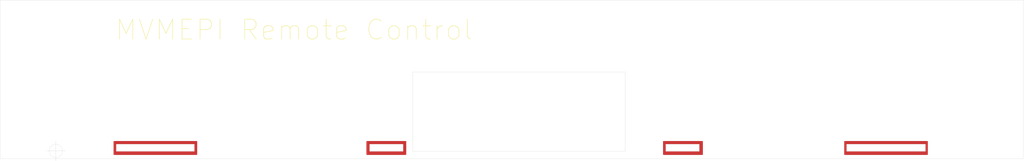
<source format=kicad_pcb>
(kicad_pcb (version 20171130) (host pcbnew "(5.1.4-0-10_14)")

  (general
    (thickness 1.6)
    (drawings 37)
    (tracks 0)
    (zones 0)
    (modules 8)
    (nets 1)
  )

  (page A4)
  (layers
    (0 F.Cu signal)
    (31 B.Cu signal)
    (32 B.Adhes user)
    (33 F.Adhes user)
    (34 B.Paste user)
    (35 F.Paste user)
    (36 B.SilkS user)
    (37 F.SilkS user)
    (38 B.Mask user)
    (39 F.Mask user)
    (40 Dwgs.User user hide)
    (41 Cmts.User user hide)
    (42 Eco1.User user hide)
    (43 Eco2.User user hide)
    (44 Edge.Cuts user)
    (45 Margin user)
    (46 B.CrtYd user)
    (47 F.CrtYd user)
    (48 B.Fab user)
    (49 F.Fab user)
  )

  (setup
    (last_trace_width 0.25)
    (trace_clearance 0.2)
    (zone_clearance 0)
    (zone_45_only no)
    (trace_min 0.2)
    (via_size 0.8)
    (via_drill 0.4)
    (via_min_size 0.4)
    (via_min_drill 0.3)
    (uvia_size 0.3)
    (uvia_drill 0.1)
    (uvias_allowed no)
    (uvia_min_size 0.2)
    (uvia_min_drill 0.1)
    (edge_width 0.05)
    (segment_width 0.2)
    (pcb_text_width 0.3)
    (pcb_text_size 1.5 1.5)
    (mod_edge_width 0.12)
    (mod_text_size 1 1)
    (mod_text_width 0.15)
    (pad_size 2.7 2.7)
    (pad_drill 2.7)
    (pad_to_mask_clearance 0.051)
    (solder_mask_min_width 0.25)
    (aux_axis_origin 0 0)
    (visible_elements FFFFFF7F)
    (pcbplotparams
      (layerselection 0x010fc_ffffffff)
      (usegerberextensions false)
      (usegerberattributes false)
      (usegerberadvancedattributes false)
      (creategerberjobfile false)
      (excludeedgelayer true)
      (linewidth 0.100000)
      (plotframeref false)
      (viasonmask false)
      (mode 1)
      (useauxorigin false)
      (hpglpennumber 1)
      (hpglpenspeed 20)
      (hpglpendiameter 15.000000)
      (psnegative false)
      (psa4output false)
      (plotreference true)
      (plotvalue true)
      (plotinvisibletext false)
      (padsonsilk false)
      (subtractmaskfromsilk false)
      (outputformat 1)
      (mirror false)
      (drillshape 0)
      (scaleselection 1)
      (outputdirectory "gerbers/front/"))
  )

  (net 0 "")

  (net_class Default "This is the default net class."
    (clearance 0.2)
    (trace_width 0.25)
    (via_dia 0.8)
    (via_drill 0.4)
    (uvia_dia 0.3)
    (uvia_drill 0.1)
  )

  (module MountingHole:MountingHole_2.7mm_M2.5 locked (layer F.Cu) (tedit 56D1B4CB) (tstamp 5DD9F044)
    (at 274.2 28)
    (descr "Mounting Hole 2.7mm, no annular, M2.5")
    (tags "mounting hole 2.7mm no annular m2.5")
    (attr virtual)
    (fp_text reference REF** (at 0 -3.7) (layer F.SilkS) hide
      (effects (font (size 1 1) (thickness 0.15)))
    )
    (fp_text value MountingHole_2.7mm_M2.5 (at 0 3.7) (layer F.Fab) hide
      (effects (font (size 1 1) (thickness 0.15)))
    )
    (fp_circle (center 0 0) (end 2.95 0) (layer F.CrtYd) (width 0.05))
    (fp_circle (center 0 0) (end 2.7 0) (layer Cmts.User) (width 0.15))
    (fp_text user %R (at 0.3 0) (layer F.Fab) hide
      (effects (font (size 1 1) (thickness 0.15)))
    )
    (pad 1 np_thru_hole circle (at 0 0) (size 2.7 2.7) (drill 2.7) (layers *.Cu *.Mask))
  )

  (module MountingHole:MountingHole_2.7mm_M2.5 locked (layer F.Cu) (tedit 56D1B4CB) (tstamp 5DD9F03D)
    (at 274.2 48)
    (descr "Mounting Hole 2.7mm, no annular, M2.5")
    (tags "mounting hole 2.7mm no annular m2.5")
    (attr virtual)
    (fp_text reference REF** (at 0 -3.7) (layer F.SilkS) hide
      (effects (font (size 1 1) (thickness 0.15)))
    )
    (fp_text value MountingHole_2.7mm_M2.5 (at 0 3.7) (layer F.Fab) hide
      (effects (font (size 1 1) (thickness 0.15)))
    )
    (fp_circle (center 0 0) (end 2.95 0) (layer F.CrtYd) (width 0.05))
    (fp_circle (center 0 0) (end 2.7 0) (layer Cmts.User) (width 0.15))
    (fp_text user %R (at 0.3 0) (layer F.Fab) hide
      (effects (font (size 1 1) (thickness 0.15)))
    )
    (pad 1 np_thru_hole circle (at 0 0) (size 2.7 2.7) (drill 2.7) (layers *.Cu *.Mask))
  )

  (module MountingHole:MountingHole_2.7mm_M2.5 locked (layer F.Cu) (tedit 56D1B4CB) (tstamp 5DD9EC46)
    (at 23.3 28)
    (descr "Mounting Hole 2.7mm, no annular, M2.5")
    (tags "mounting hole 2.7mm no annular m2.5")
    (attr virtual)
    (fp_text reference REF** (at 0 -3.7) (layer F.SilkS) hide
      (effects (font (size 1 1) (thickness 0.15)))
    )
    (fp_text value MountingHole_2.7mm_M2.5 (at 0 3.7) (layer F.Fab) hide
      (effects (font (size 1 1) (thickness 0.15)))
    )
    (fp_text user %R (at 0.3 0) (layer F.Fab) hide
      (effects (font (size 1 1) (thickness 0.15)))
    )
    (fp_circle (center 0 0) (end 2.7 0) (layer Cmts.User) (width 0.15))
    (fp_circle (center 0 0) (end 2.95 0) (layer F.CrtYd) (width 0.05))
    (pad 1 np_thru_hole circle (at 0 0) (size 2.7 2.7) (drill 2.7) (layers *.Cu *.Mask))
  )

  (module MountingHole:MountingHole_2.7mm_M2.5 locked (layer F.Cu) (tedit 56D1B4CB) (tstamp 5DD9EC46)
    (at 23.3 48)
    (descr "Mounting Hole 2.7mm, no annular, M2.5")
    (tags "mounting hole 2.7mm no annular m2.5")
    (attr virtual)
    (fp_text reference REF** (at 0 -3.7) (layer F.SilkS) hide
      (effects (font (size 1 1) (thickness 0.15)))
    )
    (fp_text value MountingHole_2.7mm_M2.5 (at 0 3.7) (layer F.Fab) hide
      (effects (font (size 1 1) (thickness 0.15)))
    )
    (fp_text user %R (at 0.3 0) (layer F.Fab) hide
      (effects (font (size 1 1) (thickness 0.15)))
    )
    (fp_circle (center 0 0) (end 2.7 0) (layer Cmts.User) (width 0.15))
    (fp_circle (center 0 0) (end 2.95 0) (layer F.CrtYd) (width 0.05))
    (pad 1 np_thru_hole circle (at 0 0) (size 2.7 2.7) (drill 2.7) (layers *.Cu *.Mask))
  )

  (module MountingHole:MountingHole_2.7mm_M2.5 locked (layer F.Cu) (tedit 56D1B4CB) (tstamp 5DD9EC46)
    (at 261.4 48)
    (descr "Mounting Hole 2.7mm, no annular, M2.5")
    (tags "mounting hole 2.7mm no annular m2.5")
    (attr virtual)
    (fp_text reference REF** (at 0 -3.7) (layer F.SilkS) hide
      (effects (font (size 1 1) (thickness 0.15)))
    )
    (fp_text value MountingHole_2.7mm_M2.5 (at 0 3.7) (layer F.Fab) hide
      (effects (font (size 1 1) (thickness 0.15)))
    )
    (fp_text user %R (at 0.3 0) (layer F.Fab) hide
      (effects (font (size 1 1) (thickness 0.15)))
    )
    (fp_circle (center 0 0) (end 2.7 0) (layer Cmts.User) (width 0.15))
    (fp_circle (center 0 0) (end 2.95 0) (layer F.CrtYd) (width 0.05))
    (pad 1 np_thru_hole circle (at 0 0) (size 2.7 2.7) (drill 2.7) (layers *.Cu *.Mask))
  )

  (module MountingHole:MountingHole_2.7mm_M2.5 locked (layer F.Cu) (tedit 56D1B4CB) (tstamp 5DD9EC46)
    (at 192 48)
    (descr "Mounting Hole 2.7mm, no annular, M2.5")
    (tags "mounting hole 2.7mm no annular m2.5")
    (attr virtual)
    (fp_text reference REF** (at 0 -3.7) (layer F.SilkS) hide
      (effects (font (size 1 1) (thickness 0.15)))
    )
    (fp_text value MountingHole_2.7mm_M2.5 (at 0 3.7) (layer F.Fab) hide
      (effects (font (size 1 1) (thickness 0.15)))
    )
    (fp_text user %R (at 0.3 0) (layer F.Fab) hide
      (effects (font (size 1 1) (thickness 0.15)))
    )
    (fp_circle (center 0 0) (end 2.7 0) (layer Cmts.User) (width 0.15))
    (fp_circle (center 0 0) (end 2.95 0) (layer F.CrtYd) (width 0.05))
    (pad 1 np_thru_hole circle (at 0 0) (size 2.7 2.7) (drill 2.7) (layers *.Cu *.Mask))
  )

  (module MountingHole:MountingHole_2.7mm_M2.5 locked (layer F.Cu) (tedit 56D1B4CB) (tstamp 5DD9EC46)
    (at 117 48)
    (descr "Mounting Hole 2.7mm, no annular, M2.5")
    (tags "mounting hole 2.7mm no annular m2.5")
    (attr virtual)
    (fp_text reference REF** (at 0 -3.7) (layer F.SilkS) hide
      (effects (font (size 1 1) (thickness 0.15)))
    )
    (fp_text value MountingHole_2.7mm_M2.5 (at 0 3.7) (layer F.Fab) hide
      (effects (font (size 1 1) (thickness 0.15)))
    )
    (fp_text user %R (at 0.3 0) (layer F.Fab) hide
      (effects (font (size 1 1) (thickness 0.15)))
    )
    (fp_circle (center 0 0) (end 2.7 0) (layer Cmts.User) (width 0.15))
    (fp_circle (center 0 0) (end 2.95 0) (layer F.CrtYd) (width 0.05))
    (pad 1 np_thru_hole circle (at 0 0) (size 2.7 2.7) (drill 2.7) (layers *.Cu *.Mask))
  )

  (module MountingHole:MountingHole_2.7mm_M2.5 locked (layer F.Cu) (tedit 56D1B4CB) (tstamp 5DD9EC86)
    (at 40 48)
    (descr "Mounting Hole 2.7mm, no annular, M2.5")
    (tags "mounting hole 2.7mm no annular m2.5")
    (attr virtual)
    (fp_text reference REF** (at 0 -3.7) (layer F.SilkS) hide
      (effects (font (size 1 1) (thickness 0.15)))
    )
    (fp_text value MountingHole_2.7mm_M2.5 (at 0 3.7) (layer F.Fab) hide
      (effects (font (size 1 1) (thickness 0.15)))
    )
    (fp_circle (center 0 0) (end 2.95 0) (layer F.CrtYd) (width 0.05))
    (fp_circle (center 0 0) (end 2.7 0) (layer Cmts.User) (width 0.15))
    (fp_text user %R (at 0.3 0) (layer F.Fab) hide
      (effects (font (size 1 1) (thickness 0.15)))
    )
    (pad 1 np_thru_hole circle (at 0 0) (size 2.7 2.7) (drill 2.7) (layers *.Cu *.Mask))
  )

  (target plus (at 34 58) (size 5) (width 0.05) (layer Edge.Cuts))
  (gr_text "MVMEPI Remote Control" (at 93.8 27.5) (layer F.SilkS)
    (effects (font (size 5 5) (thickness 0.15)))
  )
  (gr_line (start 123.6 38.1) (end 177 38.1) (layer Edge.Cuts) (width 0.05) (tstamp 5DD99263))
  (gr_line (start 123.6 58.1) (end 123.6 38.1) (layer Edge.Cuts) (width 0.05))
  (gr_line (start 177 58.1) (end 177 38.1) (layer Edge.Cuts) (width 0.05))
  (gr_line (start 123.6 58.1) (end 177 58.1) (layer Edge.Cuts) (width 0.05))
  (gr_line (start 232.6 56.3) (end 232.6 58.1) (layer Edge.Cuts) (width 0.05) (tstamp 5DD9921C))
  (gr_line (start 252.4 56.3) (end 232.6 56.3) (layer Edge.Cuts) (width 0.05))
  (gr_line (start 252.4 58.1) (end 252.4 56.3) (layer Edge.Cuts) (width 0.05))
  (gr_line (start 232.6 58.1) (end 252.4 58.1) (layer Edge.Cuts) (width 0.05))
  (gr_line (start 187.2 58.1) (end 187.2 56.3) (layer Edge.Cuts) (width 0.05) (tstamp 5DD99217))
  (gr_line (start 195.6 58.1) (end 187.2 58.1) (layer Edge.Cuts) (width 0.05))
  (gr_line (start 195.6 56.3) (end 195.6 58.1) (layer Edge.Cuts) (width 0.05))
  (gr_line (start 187.2 56.3) (end 195.6 56.3) (layer Edge.Cuts) (width 0.05))
  (gr_line (start 112.8 58.1) (end 112.8 56.3) (layer Edge.Cuts) (width 0.05) (tstamp 5DD99212))
  (gr_line (start 121.2 58.1) (end 112.8 58.1) (layer Edge.Cuts) (width 0.05))
  (gr_line (start 121.2 56.3) (end 121.2 58.1) (layer Edge.Cuts) (width 0.05))
  (gr_line (start 112.8 56.3) (end 121.2 56.3) (layer Edge.Cuts) (width 0.05))
  (gr_line (start 68.8 56.3) (end 68.8 58.1) (layer Edge.Cuts) (width 0.05) (tstamp 5DD9920D))
  (gr_line (start 49.2 56.3) (end 68.8 56.3) (layer Edge.Cuts) (width 0.05))
  (gr_line (start 49.2 58.1) (end 49.2 56.3) (layer Edge.Cuts) (width 0.05))
  (gr_line (start 49.2 58.1) (end 68.8 58.1) (layer Edge.Cuts) (width 0.05))
  (dimension 36.8 (width 0.12) (layer Dwgs.User) (tstamp 5DDBE84D)
    (gr_text "36.800 mm" (at 214.1 51.330001) (layer Dwgs.User) (tstamp 5DDBE84D)
      (effects (font (size 1 1) (thickness 0.15)))
    )
    (feature1 (pts (xy 195.7 58) (xy 195.7 52.01358)))
    (feature2 (pts (xy 232.5 58) (xy 232.5 52.01358)))
    (crossbar (pts (xy 232.5 52.600001) (xy 195.7 52.600001)))
    (arrow1a (pts (xy 195.7 52.600001) (xy 196.826504 52.01358)))
    (arrow1b (pts (xy 195.7 52.600001) (xy 196.826504 53.186422)))
    (arrow2a (pts (xy 232.5 52.600001) (xy 231.373496 52.01358)))
    (arrow2b (pts (xy 232.5 52.600001) (xy 231.373496 53.186422)))
  )
  (dimension 8.6 (width 0.12) (layer Dwgs.User) (tstamp 5DDBE84B)
    (gr_text "8.600 mm" (at 191.4 51.33) (layer Dwgs.User) (tstamp 5DDBE84B)
      (effects (font (size 1 1) (thickness 0.15)))
    )
    (feature1 (pts (xy 187.1 58) (xy 187.1 52.013579)))
    (feature2 (pts (xy 195.7 58) (xy 195.7 52.013579)))
    (crossbar (pts (xy 195.7 52.6) (xy 187.1 52.6)))
    (arrow1a (pts (xy 187.1 52.6) (xy 188.226504 52.013579)))
    (arrow1b (pts (xy 187.1 52.6) (xy 188.226504 53.186421)))
    (arrow2a (pts (xy 195.7 52.6) (xy 194.573496 52.013579)))
    (arrow2b (pts (xy 195.7 52.6) (xy 194.573496 53.186421)))
  )
  (dimension 65.8 (width 0.12) (layer Dwgs.User) (tstamp 5DDBE849)
    (gr_text "65.800 mm" (at 154.2 51.13) (layer Dwgs.User) (tstamp 5DDBE849)
      (effects (font (size 1 1) (thickness 0.15)))
    )
    (feature1 (pts (xy 121.3 58) (xy 121.3 51.813579)))
    (feature2 (pts (xy 187.1 58) (xy 187.1 51.813579)))
    (crossbar (pts (xy 187.1 52.4) (xy 121.3 52.4)))
    (arrow1a (pts (xy 121.3 52.4) (xy 122.426504 51.813579)))
    (arrow1b (pts (xy 121.3 52.4) (xy 122.426504 52.986421)))
    (arrow2a (pts (xy 187.1 52.4) (xy 185.973496 51.813579)))
    (arrow2b (pts (xy 187.1 52.4) (xy 185.973496 52.986421)))
  )
  (dimension 8.6 (width 0.12) (layer Dwgs.User) (tstamp 5DDBE847)
    (gr_text "8.600 mm" (at 117 51.13) (layer Dwgs.User) (tstamp 5DDBE847)
      (effects (font (size 1 1) (thickness 0.15)))
    )
    (feature1 (pts (xy 112.7 58) (xy 112.7 51.813579)))
    (feature2 (pts (xy 121.3 58) (xy 121.3 51.813579)))
    (crossbar (pts (xy 121.3 52.4) (xy 112.7 52.4)))
    (arrow1a (pts (xy 112.7 52.4) (xy 113.826504 51.813579)))
    (arrow1b (pts (xy 112.7 52.4) (xy 113.826504 52.986421)))
    (arrow2a (pts (xy 121.3 52.4) (xy 120.173496 51.813579)))
    (arrow2b (pts (xy 121.3 52.4) (xy 120.173496 52.986421)))
  )
  (dimension 43.8 (width 0.12) (layer Dwgs.User) (tstamp 5DDBE845)
    (gr_text "43.800 mm" (at 90.8 51.23) (layer Dwgs.User) (tstamp 5DDBE845)
      (effects (font (size 1 1) (thickness 0.15)))
    )
    (feature1 (pts (xy 68.9 58) (xy 68.9 51.913579)))
    (feature2 (pts (xy 112.7 58) (xy 112.7 51.913579)))
    (crossbar (pts (xy 112.7 52.5) (xy 68.9 52.5)))
    (arrow1a (pts (xy 68.9 52.5) (xy 70.026504 51.913579)))
    (arrow1b (pts (xy 68.9 52.5) (xy 70.026504 53.086421)))
    (arrow2a (pts (xy 112.7 52.5) (xy 111.573496 51.913579)))
    (arrow2b (pts (xy 112.7 52.5) (xy 111.573496 53.086421)))
  )
  (dimension 10 (width 0.12) (layer Dwgs.User) (tstamp 5DDBE843)
    (gr_text "10.000 mm" (at 182.1 54.13) (layer Dwgs.User) (tstamp 5DDBE843)
      (effects (font (size 1 1) (thickness 0.15)))
    )
    (feature1 (pts (xy 177.1 58) (xy 177.1 54.813579)))
    (feature2 (pts (xy 187.1 58) (xy 187.1 54.813579)))
    (crossbar (pts (xy 187.1 55.4) (xy 177.1 55.4)))
    (arrow1a (pts (xy 177.1 55.4) (xy 178.226504 54.813579)))
    (arrow1b (pts (xy 177.1 55.4) (xy 178.226504 55.986421)))
    (arrow2a (pts (xy 187.1 55.4) (xy 185.973496 54.813579)))
    (arrow2b (pts (xy 187.1 55.4) (xy 185.973496 55.986421)))
  )
  (dimension 2.2 (width 0.12) (layer Dwgs.User) (tstamp 5DDBE841)
    (gr_text "2.200 mm" (at 122.4 53.93) (layer Dwgs.User) (tstamp 5DDBE841)
      (effects (font (size 1 1) (thickness 0.15)))
    )
    (feature1 (pts (xy 123.5 58) (xy 123.5 54.613579)))
    (feature2 (pts (xy 121.3 58) (xy 121.3 54.613579)))
    (crossbar (pts (xy 121.3 55.2) (xy 123.5 55.2)))
    (arrow1a (pts (xy 123.5 55.2) (xy 122.373496 55.786421)))
    (arrow1b (pts (xy 123.5 55.2) (xy 122.373496 54.613579)))
    (arrow2a (pts (xy 121.3 55.2) (xy 122.426504 55.786421)))
    (arrow2b (pts (xy 121.3 55.2) (xy 122.426504 54.613579)))
  )
  (dimension 19.8 (width 0.12) (layer Dwgs.User) (tstamp 5DDBE83F)
    (gr_text "19.800 mm" (at 59 51.23) (layer Dwgs.User) (tstamp 5DDBE83F)
      (effects (font (size 1 1) (thickness 0.15)))
    )
    (feature1 (pts (xy 49.1 58) (xy 49.1 51.913579)))
    (feature2 (pts (xy 68.9 58) (xy 68.9 51.913579)))
    (crossbar (pts (xy 68.9 52.5) (xy 49.1 52.5)))
    (arrow1a (pts (xy 49.1 52.5) (xy 50.226504 51.913579)))
    (arrow1b (pts (xy 49.1 52.5) (xy 50.226504 53.086421)))
    (arrow2a (pts (xy 68.9 52.5) (xy 67.773496 51.913579)))
    (arrow2b (pts (xy 68.9 52.5) (xy 67.773496 53.086421)))
  )
  (dimension 15.1 (width 0.12) (layer Dwgs.User) (tstamp 5DDBE83D)
    (gr_text "15.100 mm" (at 41.55 51.130001) (layer Dwgs.User) (tstamp 5DDBE83D)
      (effects (font (size 1 1) (thickness 0.15)))
    )
    (feature1 (pts (xy 34 58) (xy 34 51.81358)))
    (feature2 (pts (xy 49.1 58) (xy 49.1 51.81358)))
    (crossbar (pts (xy 49.1 52.400001) (xy 34 52.400001)))
    (arrow1a (pts (xy 34 52.400001) (xy 35.126504 51.81358)))
    (arrow1b (pts (xy 34 52.400001) (xy 35.126504 52.986422)))
    (arrow2a (pts (xy 49.1 52.400001) (xy 47.973496 51.81358)))
    (arrow2b (pts (xy 49.1 52.400001) (xy 47.973496 52.986422)))
  )
  (dimension 14.9 (width 0.12) (layer Dwgs.User) (tstamp 5DDBE7B5)
    (gr_text "14.900 mm" (at 259.95 51.23) (layer Dwgs.User) (tstamp 5DDBE7B5)
      (effects (font (size 1 1) (thickness 0.15)))
    )
    (feature1 (pts (xy 252.5 58) (xy 252.5 51.913579)))
    (feature2 (pts (xy 267.4 58) (xy 267.4 51.913579)))
    (crossbar (pts (xy 267.4 52.5) (xy 252.5 52.5)))
    (arrow1a (pts (xy 252.5 52.5) (xy 253.626504 51.913579)))
    (arrow1b (pts (xy 252.5 52.5) (xy 253.626504 53.086421)))
    (arrow2a (pts (xy 267.4 52.5) (xy 266.273496 51.913579)))
    (arrow2b (pts (xy 267.4 52.5) (xy 266.273496 53.086421)))
  )
  (dimension 20 (width 0.12) (layer Dwgs.User) (tstamp 5DDBE7B3)
    (gr_text "20.000 mm" (at 242.5 51.23) (layer Dwgs.User) (tstamp 5DDBE7B3)
      (effects (font (size 1 1) (thickness 0.15)))
    )
    (feature1 (pts (xy 232.5 58) (xy 232.5 51.913579)))
    (feature2 (pts (xy 252.5 58) (xy 252.5 51.913579)))
    (crossbar (pts (xy 252.5 52.5) (xy 232.5 52.5)))
    (arrow1a (pts (xy 232.5 52.5) (xy 233.626504 51.913579)))
    (arrow1b (pts (xy 232.5 52.5) (xy 233.626504 53.086421)))
    (arrow2a (pts (xy 252.5 52.5) (xy 251.373496 51.913579)))
    (arrow2b (pts (xy 252.5 52.5) (xy 251.373496 53.086421)))
  )
  (gr_line (start 277 60) (end 20 60) (layer Edge.Cuts) (width 0.05) (tstamp 5DD98C82))
  (gr_line (start 277 20) (end 277 60) (layer Edge.Cuts) (width 0.05))
  (gr_line (start 20 20) (end 20 60) (layer Edge.Cuts) (width 0.05))
  (gr_line (start 20 20) (end 277 20) (layer Edge.Cuts) (width 0.05))

  (zone (net 0) (net_name "") (layer F.Cu) (tstamp 5DD9F1CD) (hatch edge 0.508)
    (connect_pads no (clearance 0))
    (min_thickness 0.254)
    (fill yes (arc_segments 32) (thermal_gap 0.508) (thermal_bridge_width 0.508))
    (polygon
      (pts
        (xy 48.5 55.5) (xy 69.5 55.5) (xy 69.5 59) (xy 48.5 59)
      )
    )
    (filled_polygon
      (pts
        (xy 69.373 58.873) (xy 48.627 58.873) (xy 48.627 56.3) (xy 49.047265 56.3) (xy 49.048001 56.307472)
        (xy 49.048 58.092538) (xy 49.047265 58.1) (xy 49.0502 58.129797) (xy 49.058891 58.158449) (xy 49.073005 58.184855)
        (xy 49.092 58.208) (xy 49.115145 58.226995) (xy 49.141551 58.241109) (xy 49.170203 58.2498) (xy 49.2 58.252735)
        (xy 49.207462 58.252) (xy 68.792538 58.252) (xy 68.8 58.252735) (xy 68.829797 58.2498) (xy 68.858449 58.241109)
        (xy 68.884855 58.226995) (xy 68.908 58.208) (xy 68.926995 58.184855) (xy 68.941109 58.158449) (xy 68.9498 58.129797)
        (xy 68.952 58.107462) (xy 68.952 58.107461) (xy 68.952735 58.1) (xy 68.952 58.092538) (xy 68.952 56.307462)
        (xy 68.952735 56.3) (xy 68.9498 56.270203) (xy 68.941109 56.241551) (xy 68.926995 56.215145) (xy 68.908 56.192)
        (xy 68.884855 56.173005) (xy 68.858449 56.158891) (xy 68.829797 56.1502) (xy 68.807462 56.148) (xy 68.8 56.147265)
        (xy 68.792538 56.148) (xy 49.207462 56.148) (xy 49.2 56.147265) (xy 49.192538 56.148) (xy 49.170203 56.1502)
        (xy 49.141551 56.158891) (xy 49.115145 56.173005) (xy 49.092 56.192) (xy 49.073005 56.215145) (xy 49.058891 56.241551)
        (xy 49.0502 56.270203) (xy 49.047265 56.3) (xy 48.627 56.3) (xy 48.627 55.627) (xy 69.373 55.627)
      )
    )
  )
  (zone (net 0) (net_name "") (layer F.Mask) (tstamp 5DD9F1CA) (hatch edge 0.508)
    (connect_pads no (clearance 0))
    (min_thickness 0.254)
    (fill yes (arc_segments 32) (thermal_gap 0.508) (thermal_bridge_width 0.508))
    (polygon
      (pts
        (xy 48.5 55.5) (xy 69.5 55.5) (xy 69.5 59) (xy 48.5 59)
      )
    )
    (filled_polygon
      (pts
        (xy 69.373 58.873) (xy 48.627 58.873) (xy 48.627 56.3) (xy 49.2 56.3) (xy 49.2 58.1)
        (xy 68.8 58.1) (xy 68.8 56.3) (xy 49.2 56.3) (xy 48.627 56.3) (xy 48.627 55.627)
        (xy 69.373 55.627)
      )
    )
  )
  (zone (net 0) (net_name "") (layer F.Cu) (tstamp 5DD9F1C7) (hatch edge 0.508)
    (connect_pads no (clearance 0))
    (min_thickness 0.254)
    (fill yes (arc_segments 32) (thermal_gap 0.508) (thermal_bridge_width 0.508))
    (polygon
      (pts
        (xy 112 55.5) (xy 122 55.5) (xy 122 59) (xy 112 59)
      )
    )
    (filled_polygon
      (pts
        (xy 121.873 58.873) (xy 112.127 58.873) (xy 112.127 56.3) (xy 112.647265 56.3) (xy 112.648001 56.307472)
        (xy 112.648 58.092538) (xy 112.647265 58.1) (xy 112.6502 58.129797) (xy 112.658891 58.158449) (xy 112.673005 58.184855)
        (xy 112.692 58.208) (xy 112.715145 58.226995) (xy 112.741551 58.241109) (xy 112.770203 58.2498) (xy 112.8 58.252735)
        (xy 112.807462 58.252) (xy 121.192538 58.252) (xy 121.2 58.252735) (xy 121.229797 58.2498) (xy 121.258449 58.241109)
        (xy 121.284855 58.226995) (xy 121.308 58.208) (xy 121.326995 58.184855) (xy 121.341109 58.158449) (xy 121.3498 58.129797)
        (xy 121.352 58.107462) (xy 121.352 58.107461) (xy 121.352735 58.1) (xy 121.352 58.092538) (xy 121.352 56.307462)
        (xy 121.352735 56.3) (xy 121.3498 56.270203) (xy 121.341109 56.241551) (xy 121.326995 56.215145) (xy 121.308 56.192)
        (xy 121.284855 56.173005) (xy 121.258449 56.158891) (xy 121.229797 56.1502) (xy 121.207462 56.148) (xy 121.2 56.147265)
        (xy 121.192538 56.148) (xy 112.807462 56.148) (xy 112.8 56.147265) (xy 112.792538 56.148) (xy 112.770203 56.1502)
        (xy 112.741551 56.158891) (xy 112.715145 56.173005) (xy 112.692 56.192) (xy 112.673005 56.215145) (xy 112.658891 56.241551)
        (xy 112.6502 56.270203) (xy 112.647265 56.3) (xy 112.127 56.3) (xy 112.127 55.627) (xy 121.873 55.627)
      )
    )
  )
  (zone (net 0) (net_name "") (layer F.Cu) (tstamp 5DD9F1C4) (hatch edge 0.508)
    (connect_pads no (clearance 0))
    (min_thickness 0.254)
    (fill yes (arc_segments 32) (thermal_gap 0.508) (thermal_bridge_width 0.508))
    (polygon
      (pts
        (xy 186.5 55.5) (xy 196.5 55.5) (xy 196.5 59) (xy 186.5 59)
      )
    )
    (filled_polygon
      (pts
        (xy 196.373 58.873) (xy 186.627 58.873) (xy 186.627 56.3) (xy 187.047265 56.3) (xy 187.048001 56.307472)
        (xy 187.048 58.092538) (xy 187.047265 58.1) (xy 187.0502 58.129797) (xy 187.058891 58.158449) (xy 187.073005 58.184855)
        (xy 187.092 58.208) (xy 187.115145 58.226995) (xy 187.141551 58.241109) (xy 187.170203 58.2498) (xy 187.2 58.252735)
        (xy 187.207462 58.252) (xy 195.592538 58.252) (xy 195.6 58.252735) (xy 195.629797 58.2498) (xy 195.658449 58.241109)
        (xy 195.684855 58.226995) (xy 195.708 58.208) (xy 195.726995 58.184855) (xy 195.741109 58.158449) (xy 195.7498 58.129797)
        (xy 195.752 58.107462) (xy 195.752 58.107461) (xy 195.752735 58.1) (xy 195.752 58.092538) (xy 195.752 56.307462)
        (xy 195.752735 56.3) (xy 195.7498 56.270203) (xy 195.741109 56.241551) (xy 195.726995 56.215145) (xy 195.708 56.192)
        (xy 195.684855 56.173005) (xy 195.658449 56.158891) (xy 195.629797 56.1502) (xy 195.607462 56.148) (xy 195.6 56.147265)
        (xy 195.592538 56.148) (xy 187.207462 56.148) (xy 187.2 56.147265) (xy 187.192538 56.148) (xy 187.170203 56.1502)
        (xy 187.141551 56.158891) (xy 187.115145 56.173005) (xy 187.092 56.192) (xy 187.073005 56.215145) (xy 187.058891 56.241551)
        (xy 187.0502 56.270203) (xy 187.047265 56.3) (xy 186.627 56.3) (xy 186.627 55.627) (xy 196.373 55.627)
      )
    )
  )
  (zone (net 0) (net_name "") (layer F.Cu) (tstamp 5DD9F1C1) (hatch edge 0.508)
    (connect_pads no (clearance 0))
    (min_thickness 0.254)
    (fill yes (arc_segments 32) (thermal_gap 0.508) (thermal_bridge_width 0.508))
    (polygon
      (pts
        (xy 232 55.5) (xy 253 55.5) (xy 253 59) (xy 232 59)
      )
    )
    (filled_polygon
      (pts
        (xy 252.873 58.873) (xy 232.127 58.873) (xy 232.127 56.3) (xy 232.447265 56.3) (xy 232.448 56.307462)
        (xy 232.448001 58.092528) (xy 232.447265 58.1) (xy 232.4502 58.129797) (xy 232.458891 58.158449) (xy 232.473005 58.184855)
        (xy 232.492 58.208) (xy 232.515145 58.226995) (xy 232.541551 58.241109) (xy 232.570203 58.2498) (xy 232.592538 58.252)
        (xy 232.6 58.252735) (xy 232.607462 58.252) (xy 252.392538 58.252) (xy 252.4 58.252735) (xy 252.407462 58.252)
        (xy 252.429797 58.2498) (xy 252.458449 58.241109) (xy 252.484855 58.226995) (xy 252.508 58.208) (xy 252.526995 58.184855)
        (xy 252.541109 58.158449) (xy 252.5498 58.129797) (xy 252.552735 58.1) (xy 252.552 58.092538) (xy 252.552 56.307462)
        (xy 252.552735 56.3) (xy 252.5498 56.270203) (xy 252.541109 56.241551) (xy 252.526995 56.215145) (xy 252.508 56.192)
        (xy 252.484855 56.173005) (xy 252.458449 56.158891) (xy 252.429797 56.1502) (xy 252.407462 56.148) (xy 252.4 56.147265)
        (xy 252.392538 56.148) (xy 232.607462 56.148) (xy 232.6 56.147265) (xy 232.592538 56.148) (xy 232.570203 56.1502)
        (xy 232.541551 56.158891) (xy 232.515145 56.173005) (xy 232.492 56.192) (xy 232.473005 56.215145) (xy 232.458891 56.241551)
        (xy 232.4502 56.270203) (xy 232.447265 56.3) (xy 232.127 56.3) (xy 232.127 55.627) (xy 252.873 55.627)
      )
    )
  )
  (zone (net 0) (net_name "") (layer F.Mask) (tstamp 5DD9F1BE) (hatch edge 0.508)
    (connect_pads no (clearance 0))
    (min_thickness 0.254)
    (fill yes (arc_segments 32) (thermal_gap 0.508) (thermal_bridge_width 0.508))
    (polygon
      (pts
        (xy 112 55.5) (xy 122 55.5) (xy 122 59) (xy 112 59)
      )
    )
    (filled_polygon
      (pts
        (xy 121.873 58.873) (xy 112.127 58.873) (xy 112.127 56.3) (xy 112.8 56.3) (xy 112.8 58.1)
        (xy 121.2 58.1) (xy 121.2 56.3) (xy 112.8 56.3) (xy 112.127 56.3) (xy 112.127 55.627)
        (xy 121.873 55.627)
      )
    )
  )
  (zone (net 0) (net_name "") (layer F.Mask) (tstamp 5DD9F1BB) (hatch edge 0.508)
    (connect_pads no (clearance 0))
    (min_thickness 0.254)
    (fill yes (arc_segments 32) (thermal_gap 0.508) (thermal_bridge_width 0.508))
    (polygon
      (pts
        (xy 186.5 55.5) (xy 196.5 55.5) (xy 196.5 59) (xy 186.5 59)
      )
    )
    (filled_polygon
      (pts
        (xy 196.373 58.873) (xy 186.627 58.873) (xy 186.627 56.3) (xy 187.2 56.3) (xy 187.2 58.1)
        (xy 195.6 58.1) (xy 195.6 56.3) (xy 187.2 56.3) (xy 186.627 56.3) (xy 186.627 55.627)
        (xy 196.373 55.627)
      )
    )
  )
  (zone (net 0) (net_name "") (layer F.Mask) (tstamp 5DD9F1B8) (hatch edge 0.508)
    (connect_pads no (clearance 0))
    (min_thickness 0.254)
    (fill yes (arc_segments 32) (thermal_gap 0.508) (thermal_bridge_width 0.508))
    (polygon
      (pts
        (xy 232 55.5) (xy 253 55.5) (xy 253 59) (xy 232 59)
      )
    )
    (filled_polygon
      (pts
        (xy 252.873 58.873) (xy 232.127 58.873) (xy 232.127 56.3) (xy 232.6 56.3) (xy 232.6 58.1)
        (xy 252.4 58.1) (xy 252.4 56.3) (xy 232.6 56.3) (xy 232.127 56.3) (xy 232.127 55.627)
        (xy 252.873 55.627)
      )
    )
  )
)

</source>
